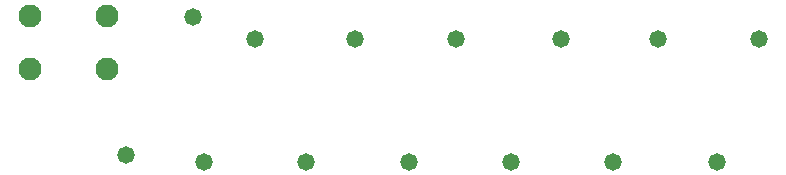
<source format=gbs>
G04*
G04 #@! TF.GenerationSoftware,Altium Limited,Altium Designer,20.0.14 (345)*
G04*
G04 Layer_Color=16711935*
%FSLAX25Y25*%
%MOIN*%
G70*
G01*
G75*
%ADD24C,0.07690*%
%ADD25C,0.05800*%
D24*
X32295Y42142D02*
D03*
X6705D02*
D03*
X32295Y59858D02*
D03*
X6705D02*
D03*
D25*
X61000Y59500D02*
D03*
X38500Y13500D02*
D03*
X249500Y52000D02*
D03*
X216000D02*
D03*
X183500D02*
D03*
X148500D02*
D03*
X115000D02*
D03*
X81500D02*
D03*
X98500Y11000D02*
D03*
X235500D02*
D03*
X201000D02*
D03*
X167000D02*
D03*
X133000D02*
D03*
X64500D02*
D03*
M02*

</source>
